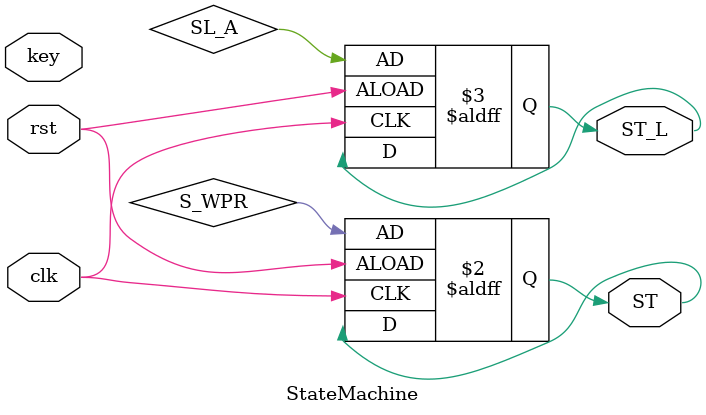
<source format=v>
`timescale 1ns / 1ps
`include "defines.h" 
module StateMachine(
			input key,
			input clk,
			input rst,
			output reg ST,
			output reg ST_L
    );
	 
always @(posedge clk, posedge rst)
begin
	if(rst) begin
		ST = S_WPR;
		ST_L = SL_A;
	end
end


endmodule

</source>
